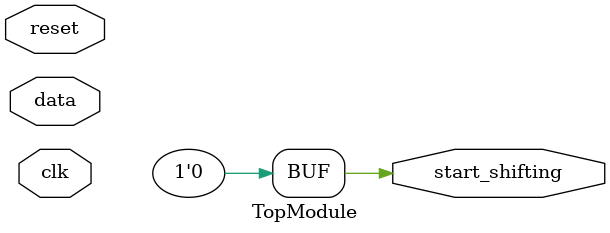
<source format=sv>

module TopModule (
  input clk,
  input reset,
  input data,
  output start_shifting
);
logic state;
logic next_state;
always_ff @(posedge clk) begin
  if (reset) begin
    state <= 0;
  end else begin
    state <= next_state;
  end
end

always @(*) begin
  next_state = state;
  case (state)
    0: begin
      if (data == 1)
        next_state = 1;
      else
        next_state = 0;
    end
    1: begin
      if (data == 1)
        next_state = 2;
      else
        next_state = 0;
    end
    2: begin
      if (data == 0)
        next_state = 3;
      else
        next_state = 0;
    end
    3: begin
      if (data == 1) begin
        next_state = 1;
      end else begin
        next_state = 0;
      end
    end
    default: next_state = 0;
  endcase
end

assign start_shifting = (state == 3);
endmodule

</source>
